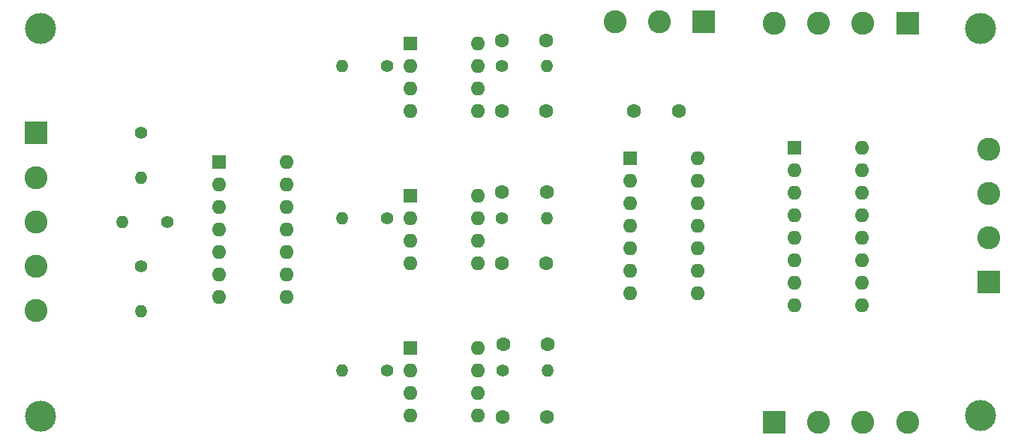
<source format=gbr>
%TF.GenerationSoftware,KiCad,Pcbnew,9.0.0*%
%TF.CreationDate,2025-03-02T18:11:33+05:30*%
%TF.ProjectId,PWM Interface Board to C2000 MCU,50574d20-496e-4746-9572-666163652042,rev?*%
%TF.SameCoordinates,Original*%
%TF.FileFunction,Soldermask,Bot*%
%TF.FilePolarity,Negative*%
%FSLAX46Y46*%
G04 Gerber Fmt 4.6, Leading zero omitted, Abs format (unit mm)*
G04 Created by KiCad (PCBNEW 9.0.0) date 2025-03-02 18:11:33*
%MOMM*%
%LPD*%
G01*
G04 APERTURE LIST*
%ADD10C,1.400000*%
%ADD11O,1.400000X1.400000*%
%ADD12C,1.600000*%
%ADD13R,1.600000X1.600000*%
%ADD14O,1.600000X1.600000*%
%ADD15R,2.600000X2.600000*%
%ADD16C,2.600000*%
%ADD17C,3.500000*%
G04 APERTURE END LIST*
D10*
%TO.C,R1O1*%
X74585000Y-28402500D03*
D11*
X79665000Y-28402500D03*
%TD*%
D12*
%TO.C,C2*%
X79585000Y-50657500D03*
X74585000Y-50657500D03*
%TD*%
D13*
%TO.C,Opt2*%
X64305000Y-43037500D03*
D14*
X64305000Y-45577500D03*
X64305000Y-48117500D03*
X64305000Y-50657500D03*
X71925000Y-50657500D03*
X71925000Y-48117500D03*
X71925000Y-45577500D03*
X71925000Y-43037500D03*
%TD*%
D15*
%TO.C,J_PWR1*%
X97368356Y-23438279D03*
D16*
X92368356Y-23438279D03*
X87368356Y-23438279D03*
%TD*%
D12*
%TO.C,C1*%
X79585000Y-33482500D03*
X74585000Y-33482500D03*
%TD*%
D10*
%TO.C,R2Oi1*%
X61625000Y-45577500D03*
D11*
X56545000Y-45577500D03*
%TD*%
D15*
%TO.C,JB1*%
X129525000Y-52787500D03*
D16*
X129525000Y-47787500D03*
X129525000Y-42787500D03*
X129525000Y-37787500D03*
%TD*%
D17*
%TO.C,H4*%
X22525000Y-24187500D03*
%TD*%
D12*
%TO.C,C6*%
X74750000Y-59787500D03*
X79750000Y-59787500D03*
%TD*%
D17*
%TO.C,H3*%
X22525000Y-67987500D03*
%TD*%
D13*
%TO.C,Opt1*%
X64305000Y-25862500D03*
D14*
X64305000Y-28402500D03*
X64305000Y-30942500D03*
X64305000Y-33482500D03*
X71925000Y-33482500D03*
X71925000Y-30942500D03*
X71925000Y-28402500D03*
X71925000Y-25862500D03*
%TD*%
D10*
%TO.C,R1i1*%
X33925000Y-35907500D03*
D11*
X33925000Y-40987500D03*
%TD*%
D10*
%TO.C,R3i1*%
X33925000Y-50987500D03*
D11*
X33925000Y-56067500D03*
%TD*%
D10*
%TO.C,R2O1*%
X74585000Y-45577500D03*
D11*
X79665000Y-45577500D03*
%TD*%
D17*
%TO.C,H2*%
X128625000Y-24187500D03*
%TD*%
D12*
%TO.C,C4*%
X74585000Y-25562500D03*
X79585000Y-25562500D03*
%TD*%
%TO.C,C5*%
X74650000Y-42612500D03*
X79650000Y-42612500D03*
%TD*%
D15*
%TO.C,JA1*%
X120375000Y-23542500D03*
D16*
X115375000Y-23542500D03*
X110375000Y-23542500D03*
X105375000Y-23542500D03*
%TD*%
D10*
%TO.C,R3O1*%
X74710000Y-62787500D03*
D11*
X79790000Y-62787500D03*
%TD*%
D10*
%TO.C,R1Oi1*%
X61625000Y-28402500D03*
D11*
X56545000Y-28402500D03*
%TD*%
D17*
%TO.C,H1*%
X128625000Y-67887500D03*
%TD*%
D13*
%TO.C,LS1*%
X107625000Y-37612500D03*
D14*
X107625000Y-40152500D03*
X107625000Y-42692500D03*
X107625000Y-45232500D03*
X107625000Y-47772500D03*
X107625000Y-50312500D03*
X107625000Y-52852500D03*
X107625000Y-55392500D03*
X115245000Y-55392500D03*
X115245000Y-52852500D03*
X115245000Y-50312500D03*
X115245000Y-47772500D03*
X115245000Y-45232500D03*
X115245000Y-42692500D03*
X115245000Y-40152500D03*
X115245000Y-37612500D03*
%TD*%
D15*
%TO.C,JC1*%
X105375000Y-68587500D03*
D16*
X110375000Y-68587500D03*
X115375000Y-68587500D03*
X120375000Y-68587500D03*
%TD*%
D15*
%TO.C,J_IN1*%
X22020000Y-35987500D03*
D16*
X22020000Y-40987500D03*
X22020000Y-45987500D03*
X22020000Y-50987500D03*
X22020000Y-55987500D03*
%TD*%
D13*
%TO.C,Opt3*%
X64305000Y-60247500D03*
D14*
X64305000Y-62787500D03*
X64305000Y-65327500D03*
X64305000Y-67867500D03*
X71925000Y-67867500D03*
X71925000Y-65327500D03*
X71925000Y-62787500D03*
X71925000Y-60247500D03*
%TD*%
D13*
%TO.C,UTB1*%
X42725000Y-39262500D03*
D14*
X42725000Y-41802500D03*
X42725000Y-44342500D03*
X42725000Y-46882500D03*
X42725000Y-49422500D03*
X42725000Y-51962500D03*
X42725000Y-54502500D03*
X50345000Y-54502500D03*
X50345000Y-51962500D03*
X50345000Y-49422500D03*
X50345000Y-46882500D03*
X50345000Y-44342500D03*
X50345000Y-41802500D03*
X50345000Y-39262500D03*
%TD*%
D12*
%TO.C,C3*%
X79710000Y-68012500D03*
X74710000Y-68012500D03*
%TD*%
D13*
%TO.C,UNG1*%
X89125000Y-38837500D03*
D14*
X89125000Y-41377500D03*
X89125000Y-43917500D03*
X89125000Y-46457500D03*
X89125000Y-48997500D03*
X89125000Y-51537500D03*
X89125000Y-54077500D03*
X96745000Y-54077500D03*
X96745000Y-51537500D03*
X96745000Y-48997500D03*
X96745000Y-46457500D03*
X96745000Y-43917500D03*
X96745000Y-41377500D03*
X96745000Y-38837500D03*
%TD*%
D10*
%TO.C,R3Oi1*%
X61625000Y-62787500D03*
D11*
X56545000Y-62787500D03*
%TD*%
D10*
%TO.C,R2i1*%
X36815000Y-45987500D03*
D11*
X31735000Y-45987500D03*
%TD*%
D12*
%TO.C,C7*%
X94550000Y-33462500D03*
X89550000Y-33462500D03*
%TD*%
M02*

</source>
